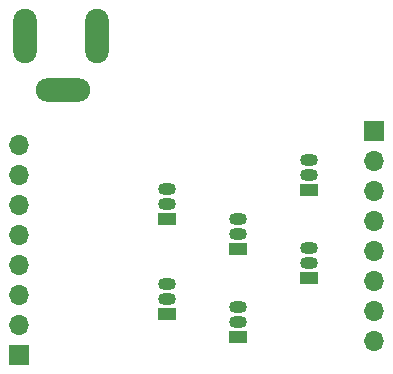
<source format=gbr>
%TF.GenerationSoftware,KiCad,Pcbnew,(5.1.10)-1*%
%TF.CreationDate,2021-11-26T12:13:43-05:00*%
%TF.ProjectId,RELAY_DRVR,52454c41-595f-4445-9256-522e6b696361,rev?*%
%TF.SameCoordinates,Original*%
%TF.FileFunction,Soldermask,Bot*%
%TF.FilePolarity,Negative*%
%FSLAX46Y46*%
G04 Gerber Fmt 4.6, Leading zero omitted, Abs format (unit mm)*
G04 Created by KiCad (PCBNEW (5.1.10)-1) date 2021-11-26 12:13:43*
%MOMM*%
%LPD*%
G01*
G04 APERTURE LIST*
%ADD10O,1.700000X1.700000*%
%ADD11R,1.700000X1.700000*%
%ADD12O,2.000000X4.600000*%
%ADD13O,4.600000X2.000000*%
%ADD14R,1.500000X1.050000*%
%ADD15O,1.500000X1.050000*%
G04 APERTURE END LIST*
D10*
%TO.C,J1*%
X34500000Y-22220000D03*
X34500000Y-24760000D03*
X34500000Y-27300000D03*
X34500000Y-29840000D03*
X34500000Y-32380000D03*
X34500000Y-34920000D03*
X34500000Y-37460000D03*
D11*
X34500000Y-40000000D03*
%TD*%
%TO.C,J2*%
X64500000Y-21000000D03*
D10*
X64500000Y-23540000D03*
X64500000Y-26080000D03*
X64500000Y-28620000D03*
X64500000Y-31160000D03*
X64500000Y-33700000D03*
X64500000Y-36240000D03*
X64500000Y-38780000D03*
%TD*%
D12*
%TO.C,J3*%
X35000000Y-13000000D03*
X41100000Y-13000000D03*
D13*
X38200000Y-17600000D03*
%TD*%
D14*
%TO.C,Q1*%
X53000000Y-38500000D03*
D15*
X53000000Y-35960000D03*
X53000000Y-37230000D03*
%TD*%
%TO.C,Q2*%
X47000000Y-35230000D03*
X47000000Y-33960000D03*
D14*
X47000000Y-36500000D03*
%TD*%
D15*
%TO.C,Q3*%
X59000000Y-32230000D03*
X59000000Y-30960000D03*
D14*
X59000000Y-33500000D03*
%TD*%
%TO.C,Q4*%
X53000000Y-31000000D03*
D15*
X53000000Y-28460000D03*
X53000000Y-29730000D03*
%TD*%
%TO.C,Q5*%
X47000000Y-27230000D03*
X47000000Y-25960000D03*
D14*
X47000000Y-28500000D03*
%TD*%
%TO.C,Q6*%
X59000000Y-26000000D03*
D15*
X59000000Y-23460000D03*
X59000000Y-24730000D03*
%TD*%
M02*

</source>
